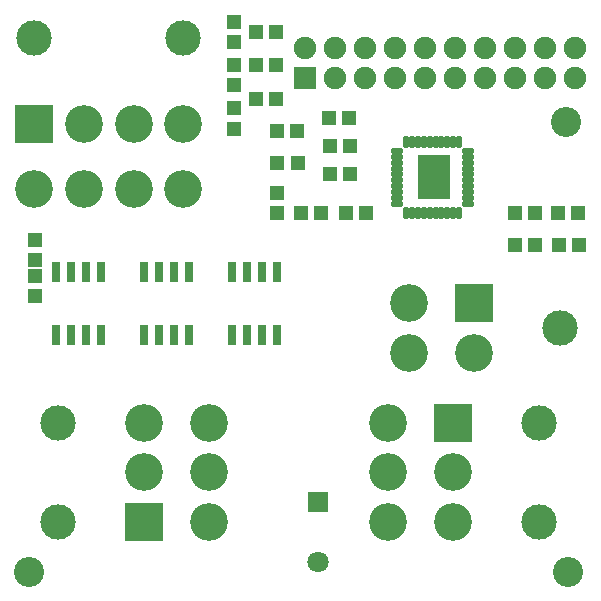
<source format=gts>
G04 DipTrace 3.0.0.1*
G04 brushless-driver_lay.GTS*
%MOIN*%
G04 #@! TF.FileFunction,Soldermask,Top*
G04 #@! TF.Part,Single*
%ADD32C,0.11811*%
%ADD35C,0.1004*%
%ADD36C,0.1181*%
%ADD43C,0.12611*%
%ADD45R,0.029654X0.067055*%
%ADD47R,0.11115X0.146583*%
%ADD49O,0.021X0.041465*%
%ADD51O,0.041465X0.021*%
%ADD55C,0.074929*%
%ADD57R,0.074929X0.074929*%
%ADD59C,0.12611*%
%ADD61R,0.12611X0.12611*%
%ADD65R,0.04737X0.051307*%
%ADD67R,0.070992X0.070992*%
%ADD69C,0.070992*%
%ADD71R,0.051307X0.04737*%
%FSLAX26Y26*%
G04*
G70*
G90*
G75*
G01*
G04 TopMask*
%LPD*%
D71*
X1481614Y1994168D3*
X1548543D3*
X1237839Y2281698D3*
X1304768D3*
X1237839Y2056675D3*
X1304768D3*
X1237839Y2169186D3*
X1304768D3*
D69*
X1444110Y512762D3*
D67*
Y712762D3*
D71*
X1537870Y1675385D3*
X1604799D3*
X1454783D3*
X1387854D3*
X1550371Y1806648D3*
X1483442D3*
X1550371Y1900408D3*
X1483442D3*
D65*
X1306596Y1744142D3*
Y1677213D3*
D71*
X2312951Y1569123D3*
X2246022D3*
X2100429Y1675385D3*
X2167358D3*
D65*
X500261Y1587875D3*
Y1520946D3*
D61*
X1962915Y1375353D3*
D59*
X862799Y812794D3*
D57*
X1400361Y2125432D3*
D55*
Y2225432D3*
X1500361Y2125432D3*
Y2225432D3*
X1600361Y2125432D3*
Y2225432D3*
X1700361Y2125432D3*
Y2225432D3*
X1800361Y2125432D3*
Y2225432D3*
X1900361Y2125432D3*
Y2225432D3*
X2000361Y2125432D3*
Y2225432D3*
X2100361Y2125432D3*
Y2225432D3*
X2200361Y2125432D3*
Y2225432D3*
X2300361Y2125432D3*
Y2225432D3*
D59*
X1894157Y812794D3*
D71*
X1373525Y1950413D3*
X1306596D3*
D65*
X1162831Y2312951D3*
Y2246022D3*
Y2025421D3*
Y1958492D3*
Y2169186D3*
Y2102257D3*
D71*
X1308424Y1844152D3*
X1375353D3*
X2244194Y1675385D3*
X2311123D3*
X2100429Y1569123D3*
X2167358D3*
D65*
X500261Y1400356D3*
Y1467285D3*
D51*
X1944163Y1706638D3*
X1943769Y1726740D3*
Y1746425D3*
Y1766110D3*
Y1785795D3*
Y1805480D3*
Y1825165D3*
Y1844850D3*
Y1864535D3*
Y1884220D3*
D49*
X1914241Y1913748D3*
X1894556D3*
X1874871D3*
X1855186D3*
X1835501D3*
X1815816D3*
X1796131D3*
X1776446D3*
X1756761D3*
X1737076D3*
D51*
X1707549Y1884220D3*
Y1864535D3*
Y1844850D3*
Y1825165D3*
Y1805480D3*
Y1785795D3*
Y1766110D3*
Y1746425D3*
Y1726740D3*
Y1707055D3*
D49*
X1737076Y1677528D3*
X1756761D3*
X1776446D3*
X1796131D3*
X1815816D3*
X1835501D3*
X1855186D3*
X1874871D3*
X1894556D3*
X1914241D3*
D47*
X1830161Y1795638D3*
D45*
X1156580Y1269092D3*
X1206580D3*
X1256580D3*
X1306580D3*
Y1481690D3*
X1256580D3*
X1206580D3*
X1156580D3*
X862799Y1269092D3*
X912799D3*
X962799D3*
X1012799D3*
Y1481690D3*
X962799D3*
X912799D3*
X862799D3*
X569018Y1269092D3*
X619018D3*
X669018D3*
X719018D3*
Y1481690D3*
X669018D3*
X619018D3*
X569018D3*
D35*
X2269197Y1981667D3*
X2275448Y481509D3*
X481509D3*
D43*
X994063Y1756643D3*
X663354Y1973178D3*
X828709D3*
X994063D3*
X498000Y1756643D3*
X663354D3*
X828709D3*
D61*
X498000Y1973178D3*
D32*
Y2260580D3*
X994063D3*
D59*
X1962915Y1209999D3*
X1746379D3*
Y1375353D3*
D36*
X2250647Y1292676D3*
D59*
X1894157Y647440D3*
X1677622Y978148D3*
Y647440D3*
Y812794D3*
D61*
X1894157Y978148D3*
D32*
X2181559D3*
Y647440D3*
D59*
X862799Y978148D3*
X1079335Y647440D3*
Y978148D3*
Y812794D3*
D61*
X862799Y647440D3*
D32*
X575398D3*
Y978148D3*
M02*

</source>
